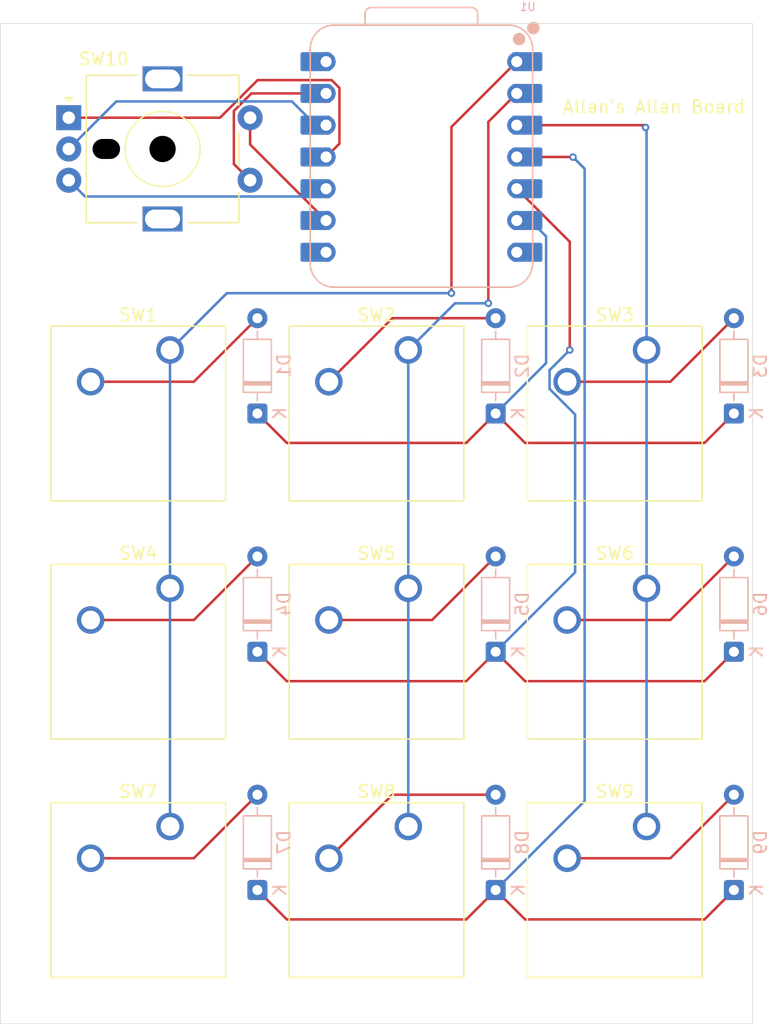
<source format=kicad_pcb>
(kicad_pcb (version 20241229) (generator "pcbnew") (generator_version "9.0")
  (layers (0 "F.Cu" signal) (2 "B.Cu" signal) (13 "F.Paste" user) (15 "B.Paste" user) (5 "F.SilkS" user "F.Silkscreen") (7 "B.SilkS" user "B.Silkscreen") (1 "F.Mask" user) (3 "B.Mask" user) (25 "Edge.Cuts" user))
  (net 0 "")
  (net 1 "Net-(D1-A)")
  (net 2 "Row 0")
  (net 3 "Net-(D2-A)")
  (net 4 "Net-(D3-A)")
  (net 5 "Net-(D4-A)")
  (net 6 "Row 1")
  (net 7 "Net-(D5-A)")
  (net 8 "Net-(D6-A)")
  (net 9 "Net-(D7-A)")
  (net 10 "Row 2")
  (net 11 "Net-(D8-A)")
  (net 12 "Net-(D9-A)")
  (net 13 "Column 0")
  (net 14 "Column 1")
  (net 15 "Column 2")
  (net 16 "GND")
  (net 17 "3.3V")
  (net 18 "Rot B")
  (net 19 "Rot A")
  (net 20 "Rot Switch")
  (net 21 "+5V")
  (footprint "Button_Switch_Keyboard:SW_Cherry_MX_1.00u_PCB" (layer "F.Cu") (at 133.49 101.97)
    (property "Reference" "SW4" (at -2.54 -2.794 0) (layer "F.SilkS"))
    (property "Value" "SW_Push")
    (fp_line (start -9.525 -1.905) (end 4.445 -1.905) (stroke (width 0.12)) (layer "F.SilkS"))
    (fp_line (start -9.525 12.065) (end -9.525 -1.905) (stroke (width 0.12)) (layer "F.SilkS"))
    (fp_line (start 4.445 -1.905) (end 4.445 12.065) (stroke (width 0.12)) (layer "F.SilkS"))
    (fp_line (start 4.445 12.065) (end -9.525 12.065) (stroke (width 0.12)) (layer "F.SilkS"))
    (pad "" np_thru_hole circle (at -7.62 5.08) (size 1.7 1.7) (drill 1.7) (layers "*.Cu" "*.Mask"))
    (pad "" np_thru_hole circle (at -2.54 5.08) (size 4 4) (drill 4) (layers "*.Cu" "*.Mask"))
    (pad "" np_thru_hole circle (at 2.54 5.08) (size 1.7 1.7) (drill 1.7) (layers "*.Cu" "*.Mask"))
    (pad "1" thru_hole circle (at 0 0) (size 2.2 2.2) (drill 1.5) (layers "*.Cu" "*.Mask") (net 13 "Column 0"))
    (pad "2" thru_hole circle (at -6.35 2.54) (size 2.2 2.2) (drill 1.5) (layers "*.Cu" "*.Mask") (net 5 "Net-(D4-A)"))
  )
  (footprint "Button_Switch_Keyboard:SW_Cherry_MX_1.00u_PCB" (layer "F.Cu") (at 152.54 101.97)
    (property "Reference" "SW5" (at -2.54 -2.794 0) (layer "F.SilkS"))
    (property "Value" "SW_Push")
    (fp_line (start -9.525 -1.905) (end 4.445 -1.905) (stroke (width 0.12)) (layer "F.SilkS"))
    (fp_line (start -9.525 12.065) (end -9.525 -1.905) (stroke (width 0.12)) (layer "F.SilkS"))
    (fp_line (start 4.445 -1.905) (end 4.445 12.065) (stroke (width 0.12)) (layer "F.SilkS"))
    (fp_line (start 4.445 12.065) (end -9.525 12.065) (stroke (width 0.12)) (layer "F.SilkS"))
    (pad "" np_thru_hole circle (at -7.62 5.08) (size 1.7 1.7) (drill 1.7) (layers "*.Cu" "*.Mask"))
    (pad "" np_thru_hole circle (at -2.54 5.08) (size 4 4) (drill 4) (layers "*.Cu" "*.Mask"))
    (pad "" np_thru_hole circle (at 2.54 5.08) (size 1.7 1.7) (drill 1.7) (layers "*.Cu" "*.Mask"))
    (pad "1" thru_hole circle (at 0 0) (size 2.2 2.2) (drill 1.5) (layers "*.Cu" "*.Mask") (net 14 "Column 1"))
    (pad "2" thru_hole circle (at -6.35 2.54) (size 2.2 2.2) (drill 1.5) (layers "*.Cu" "*.Mask") (net 7 "Net-(D5-A)"))
  )
  (footprint "Button_Switch_Keyboard:SW_Cherry_MX_1.00u_PCB" (layer "F.Cu") (at 152.54 121.02)
    (property "Reference" "SW8" (at -2.54 -2.794 0) (layer "F.SilkS"))
    (property "Value" "SW_Push")
    (fp_line (start -9.525 -1.905) (end 4.445 -1.905) (stroke (width 0.12)) (layer "F.SilkS"))
    (fp_line (start -9.525 12.065) (end -9.525 -1.905) (stroke (width 0.12)) (layer "F.SilkS"))
    (fp_line (start 4.445 -1.905) (end 4.445 12.065) (stroke (width 0.12)) (layer "F.SilkS"))
    (fp_line (start 4.445 12.065) (end -9.525 12.065) (stroke (width 0.12)) (layer "F.SilkS"))
    (pad "" np_thru_hole circle (at -7.62 5.08) (size 1.7 1.7) (drill 1.7) (layers "*.Cu" "*.Mask"))
    (pad "" np_thru_hole circle (at -2.54 5.08) (size 4 4) (drill 4) (layers "*.Cu" "*.Mask"))
    (pad "" np_thru_hole circle (at 2.54 5.08) (size 1.7 1.7) (drill 1.7) (layers "*.Cu" "*.Mask"))
    (pad "1" thru_hole circle (at 0 0) (size 2.2 2.2) (drill 1.5) (layers "*.Cu" "*.Mask") (net 14 "Column 1"))
    (pad "2" thru_hole circle (at -6.35 2.54) (size 2.2 2.2) (drill 1.5) (layers "*.Cu" "*.Mask") (net 11 "Net-(D8-A)"))
  )
  (footprint "Button_Switch_Keyboard:SW_Cherry_MX_1.00u_PCB" (layer "F.Cu") (at 171.59 82.92)
    (property "Reference" "SW3" (at -2.54 -2.794 0) (layer "F.SilkS"))
    (property "Value" "SW_Push")
    (fp_line (start -9.525 -1.905) (end 4.445 -1.905) (stroke (width 0.12)) (layer "F.SilkS"))
    (fp_line (start -9.525 12.065) (end -9.525 -1.905) (stroke (width 0.12)) (layer "F.SilkS"))
    (fp_line (start 4.445 -1.905) (end 4.445 12.065) (stroke (width 0.12)) (layer "F.SilkS"))
    (fp_line (start 4.445 12.065) (end -9.525 12.065) (stroke (width 0.12)) (layer "F.SilkS"))
    (pad "" np_thru_hole circle (at -7.62 5.08) (size 1.7 1.7) (drill 1.7) (layers "*.Cu" "*.Mask"))
    (pad "" np_thru_hole circle (at -2.54 5.08) (size 4 4) (drill 4) (layers "*.Cu" "*.Mask"))
    (pad "" np_thru_hole circle (at 2.54 5.08) (size 1.7 1.7) (drill 1.7) (layers "*.Cu" "*.Mask"))
    (pad "1" thru_hole circle (at 0 0) (size 2.2 2.2) (drill 1.5) (layers "*.Cu" "*.Mask") (net 15 "Column 2"))
    (pad "2" thru_hole circle (at -6.35 2.54) (size 2.2 2.2) (drill 1.5) (layers "*.Cu" "*.Mask") (net 4 "Net-(D3-A)"))
  )
  (footprint "Button_Switch_Keyboard:SW_Cherry_MX_1.00u_PCB" (layer "F.Cu") (at 152.54 82.92)
    (property "Reference" "SW2" (at -2.54 -2.794 0) (layer "F.SilkS"))
    (property "Value" "SW_Push")
    (fp_line (start -9.525 -1.905) (end 4.445 -1.905) (stroke (width 0.12)) (layer "F.SilkS"))
    (fp_line (start -9.525 12.065) (end -9.525 -1.905) (stroke (width 0.12)) (layer "F.SilkS"))
    (fp_line (start 4.445 -1.905) (end 4.445 12.065) (stroke (width 0.12)) (layer "F.SilkS"))
    (fp_line (start 4.445 12.065) (end -9.525 12.065) (stroke (width 0.12)) (layer "F.SilkS"))
    (pad "" np_thru_hole circle (at -7.62 5.08) (size 1.7 1.7) (drill 1.7) (layers "*.Cu" "*.Mask"))
    (pad "" np_thru_hole circle (at -2.54 5.08) (size 4 4) (drill 4) (layers "*.Cu" "*.Mask"))
    (pad "" np_thru_hole circle (at 2.54 5.08) (size 1.7 1.7) (drill 1.7) (layers "*.Cu" "*.Mask"))
    (pad "1" thru_hole circle (at 0 0) (size 2.2 2.2) (drill 1.5) (layers "*.Cu" "*.Mask") (net 14 "Column 1"))
    (pad "2" thru_hole circle (at -6.35 2.54) (size 2.2 2.2) (drill 1.5) (layers "*.Cu" "*.Mask") (net 3 "Net-(D2-A)"))
  )
  (footprint "Button_Switch_Keyboard:SW_Cherry_MX_1.00u_PCB" (layer "F.Cu") (at 171.59 101.97)
    (property "Reference" "SW6" (at -2.54 -2.794 0) (layer "F.SilkS"))
    (property "Value" "SW_Push")
    (fp_line (start -9.525 -1.905) (end 4.445 -1.905) (stroke (width 0.12)) (layer "F.SilkS"))
    (fp_line (start -9.525 12.065) (end -9.525 -1.905) (stroke (width 0.12)) (layer "F.SilkS"))
    (fp_line (start 4.445 -1.905) (end 4.445 12.065) (stroke (width 0.12)) (layer "F.SilkS"))
    (fp_line (start 4.445 12.065) (end -9.525 12.065) (stroke (width 0.12)) (layer "F.SilkS"))
    (pad "" np_thru_hole circle (at -7.62 5.08) (size 1.7 1.7) (drill 1.7) (layers "*.Cu" "*.Mask"))
    (pad "" np_thru_hole circle (at -2.54 5.08) (size 4 4) (drill 4) (layers "*.Cu" "*.Mask"))
    (pad "" np_thru_hole circle (at 2.54 5.08) (size 1.7 1.7) (drill 1.7) (layers "*.Cu" "*.Mask"))
    (pad "1" thru_hole circle (at 0 0) (size 2.2 2.2) (drill 1.5) (layers "*.Cu" "*.Mask") (net 15 "Column 2"))
    (pad "2" thru_hole circle (at -6.35 2.54) (size 2.2 2.2) (drill 1.5) (layers "*.Cu" "*.Mask") (net 8 "Net-(D6-A)"))
  )
  (footprint "Rotary_Encoder:RotaryEncoder_Alps_EC11E-Switch_Vertical_H20mm_MountingHoles" (layer "F.Cu") (at 125.39375 64.35)
    (property "Reference" "SW10" (at 2.8 -4.7 0) (layer "F.SilkS"))
    (property "Value" "RotaryEncoder_Switch")
    (fp_line (start -0.3 -1.6) (end 0.3 -1.6) (stroke (width 0.12)) (layer "F.SilkS"))
    (fp_line (start 0 -1.3) (end -0.3 -1.6) (stroke (width 0.12)) (layer "F.SilkS"))
    (fp_line (start 0.3 -1.6) (end 0 -1.3) (stroke (width 0.12)) (layer "F.SilkS"))
    (fp_line (start 1.4 -3.4) (end 1.4 8.4) (stroke (width 0.12)) (layer "F.SilkS"))
    (fp_line (start 5.5 -3.4) (end 1.4 -3.4) (stroke (width 0.12)) (layer "F.SilkS"))
    (fp_line (start 5.5 8.4) (end 1.4 8.4) (stroke (width 0.12)) (layer "F.SilkS"))
    (fp_line (start 9.5 -3.4) (end 13.6 -3.4) (stroke (width 0.12)) (layer "F.SilkS"))
    (fp_line (start 13.6 -3.4) (end 13.6 -1) (stroke (width 0.12)) (layer "F.SilkS"))
    (fp_line (start 13.6 1.2) (end 13.6 3.8) (stroke (width 0.12)) (layer "F.SilkS"))
    (fp_line (start 13.6 6) (end 13.6 8.4) (stroke (width 0.12)) (layer "F.SilkS"))
    (fp_line (start 13.6 8.4) (end 9.5 8.4) (stroke (width 0.12)) (layer "F.SilkS"))
    (fp_circle (center 7.5 2.5) (end 10.5 2.5) (stroke (width 0.12)) (fill no) (layer "F.SilkS"))
    (pad "" np_thru_hole oval (at 3 2.5) (size 2.2 1.6) (drill oval 2.2 1.6) (layers "*.Mask"))
    (pad "" np_thru_hole circle (at 7.5 2.5) (size 2.1 2.1) (drill 2.1) (layers "*.Mask"))
    (pad "A" thru_hole rect (at 0 0) (size 2 2) (drill 1) (layers "*.Cu" "*.Mask") (net 19 "Rot A"))
    (pad "B" thru_hole circle (at 0 5) (size 2 2) (drill 1) (layers "*.Cu" "*.Mask") (net 18 "Rot B"))
    (pad "C" thru_hole circle (at 0 2.5) (size 2 2) (drill 1) (layers "*.Cu" "*.Mask") (net 17 "3.3V"))
    (pad "MP" thru_hole rect (at 7.5 -3.1) (size 3.2 2) (drill oval 2.8 1.5) (layers "*.Cu" "*.Mask"))
    (pad "MP" thru_hole rect (at 7.5 8.1) (size 3.2 2) (drill oval 2.8 1.5) (layers "*.Cu" "*.Mask"))
    (pad "S1" thru_hole circle (at 14.5 5) (size 2 2) (drill 1) (layers "*.Cu" "*.Mask") (net 16 "GND"))
    (pad "S2" thru_hole circle (at 14.5 0) (size 2 2) (drill 1) (layers "*.Cu" "*.Mask") (net 20 "Rot Switch"))
  )
  (footprint "Button_Switch_Keyboard:SW_Cherry_MX_1.00u_PCB" (layer "F.Cu") (at 133.49 121.02)
    (property "Reference" "SW7" (at -2.54 -2.794 0) (layer "F.SilkS"))
    (property "Value" "SW_Push")
    (fp_line (start -9.525 -1.905) (end 4.445 -1.905) (stroke (width 0.12)) (layer "F.SilkS"))
    (fp_line (start -9.525 12.065) (end -9.525 -1.905) (stroke (width 0.12)) (layer "F.SilkS"))
    (fp_line (start 4.445 -1.905) (end 4.445 12.065) (stroke (width 0.12)) (layer "F.SilkS"))
    (fp_line (start 4.445 12.065) (end -9.525 12.065) (stroke (width 0.12)) (layer "F.SilkS"))
    (pad "" np_thru_hole circle (at -7.62 5.08) (size 1.7 1.7) (drill 1.7) (layers "*.Cu" "*.Mask"))
    (pad "" np_thru_hole circle (at -2.54 5.08) (size 4 4) (drill 4) (layers "*.Cu" "*.Mask"))
    (pad "" np_thru_hole circle (at 2.54 5.08) (size 1.7 1.7) (drill 1.7) (layers "*.Cu" "*.Mask"))
    (pad "1" thru_hole circle (at 0 0) (size 2.2 2.2) (drill 1.5) (layers "*.Cu" "*.Mask") (net 13 "Column 0"))
    (pad "2" thru_hole circle (at -6.35 2.54) (size 2.2 2.2) (drill 1.5) (layers "*.Cu" "*.Mask") (net 9 "Net-(D7-A)"))
  )
  (footprint "Button_Switch_Keyboard:SW_Cherry_MX_1.00u_PCB" (layer "F.Cu") (at 133.49 82.92)
    (property "Reference" "SW1" (at -2.54 -2.794 0) (layer "F.SilkS"))
    (property "Value" "SW_Push")
    (fp_line (start -9.525 -1.905) (end 4.445 -1.905) (stroke (width 0.12)) (layer "F.SilkS"))
    (fp_line (start -9.525 12.065) (end -9.525 -1.905) (stroke (width 0.12)) (layer "F.SilkS"))
    (fp_line (start 4.445 -1.905) (end 4.445 12.065) (stroke (width 0.12)) (layer "F.SilkS"))
    (fp_line (start 4.445 12.065) (end -9.525 12.065) (stroke (width 0.12)) (layer "F.SilkS"))
    (pad "" np_thru_hole circle (at -7.62 5.08) (size 1.7 1.7) (drill 1.7) (layers "*.Cu" "*.Mask"))
    (pad "" np_thru_hole circle (at -2.54 5.08) (size 4 4) (drill 4) (layers "*.Cu" "*.Mask"))
    (pad "" np_thru_hole circle (at 2.54 5.08) (size 1.7 1.7) (drill 1.7) (layers "*.Cu" "*.Mask"))
    (pad "1" thru_hole circle (at 0 0) (size 2.2 2.2) (drill 1.5) (layers "*.Cu" "*.Mask") (net 13 "Column 0"))
    (pad "2" thru_hole circle (at -6.35 2.54) (size 2.2 2.2) (drill 1.5) (layers "*.Cu" "*.Mask") (net 1 "Net-(D1-A)"))
  )
  (footprint "Button_Switch_Keyboard:SW_Cherry_MX_1.00u_PCB" (layer "F.Cu") (at 171.59 121.02)
    (property "Reference" "SW9" (at -2.54 -2.794 0) (layer "F.SilkS"))
    (property "Value" "SW_Push")
    (fp_line (start -9.525 -1.905) (end 4.445 -1.905) (stroke (width 0.12)) (layer "F.SilkS"))
    (fp_line (start -9.525 12.065) (end -9.525 -1.905) (stroke (width 0.12)) (layer "F.SilkS"))
    (fp_line (start 4.445 -1.905) (end 4.445 12.065) (stroke (width 0.12)) (layer "F.SilkS"))
    (fp_line (start 4.445 12.065) (end -9.525 12.065) (stroke (width 0.12)) (layer "F.SilkS"))
    (pad "" np_thru_hole circle (at -7.62 5.08) (size 1.7 1.7) (drill 1.7) (layers "*.Cu" "*.Mask"))
    (pad "" np_thru_hole circle (at -2.54 5.08) (size 4 4) (drill 4) (layers "*.Cu" "*.Mask"))
    (pad "" np_thru_hole circle (at 2.54 5.08) (size 1.7 1.7) (drill 1.7) (layers "*.Cu" "*.Mask"))
    (pad "1" thru_hole circle (at 0 0) (size 2.2 2.2) (drill 1.5) (layers "*.Cu" "*.Mask") (net 15 "Column 2"))
    (pad "2" thru_hole circle (at -6.35 2.54) (size 2.2 2.2) (drill 1.5) (layers "*.Cu" "*.Mask") (net 12 "Net-(D9-A)"))
  )
  (footprint "Diode_THT:D_DO-35_SOD27_P7.62mm_Horizontal" (layer "B.Cu") (at 140.475 126.1 90)
    (property "Reference" "D7" (at 3.81 2.12 270) (layer "B.SilkS") (effects (justify mirror)))
    (property "Value" "1N4148WT")
    (fp_line (start 6.58 0) (end 5.93 0) (stroke (width 0.12)) (layer "B.SilkS"))
    (fp_line (start 1.04 0) (end 1.69 0) (stroke (width 0.12)) (layer "B.SilkS"))
    (fp_line (start 2.53 1.12) (end 2.53 -1.12) (stroke (width 0.12)) (layer "B.SilkS"))
    (fp_line (start 2.41 1.12) (end 2.41 -1.12) (stroke (width 0.12)) (layer "B.SilkS"))
    (fp_line (start 2.29 1.12) (end 2.29 -1.12) (stroke (width 0.12)) (layer "B.SilkS"))
    (fp_rect (start 1.69 1.12) (end 5.93 -1.12) (stroke (width 0.12)) (fill no) (layer "B.SilkS"))
    (fp_text user "K" (at 0 1.8 270) (layer "B.SilkS") (effects (justify mirror)))
    (pad "1" thru_hole roundrect (at 0 0 90) (size 1.6 1.6) (drill 0.8) (layers "*.Cu" "*.Mask") (roundrect_rratio 0.15625) (net 10 "Row 2"))
    (pad "2" thru_hole circle (at 7.62 0 90) (size 1.6 1.6) (drill 0.8) (layers "*.Cu" "*.Mask") (net 9 "Net-(D7-A)"))
  )
  (footprint "Diode_THT:D_DO-35_SOD27_P7.62mm_Horizontal" (layer "B.Cu") (at 178.575 88 90)
    (property "Reference" "D3" (at 3.81 2.12 270) (layer "B.SilkS") (effects (justify mirror)))
    (property "Value" "1N4148WT")
    (fp_line (start 6.58 0) (end 5.93 0) (stroke (width 0.12)) (layer "B.SilkS"))
    (fp_line (start 1.04 0) (end 1.69 0) (stroke (width 0.12)) (layer "B.SilkS"))
    (fp_line (start 2.53 1.12) (end 2.53 -1.12) (stroke (width 0.12)) (layer "B.SilkS"))
    (fp_line (start 2.41 1.12) (end 2.41 -1.12) (stroke (width 0.12)) (layer "B.SilkS"))
    (fp_line (start 2.29 1.12) (end 2.29 -1.12) (stroke (width 0.12)) (layer "B.SilkS"))
    (fp_rect (start 1.69 1.12) (end 5.93 -1.12) (stroke (width 0.12)) (fill no) (layer "B.SilkS"))
    (fp_text user "K" (at 0 1.8 270) (layer "B.SilkS") (effects (justify mirror)))
    (pad "1" thru_hole roundrect (at 0 0 90) (size 1.6 1.6) (drill 0.8) (layers "*.Cu" "*.Mask") (roundrect_rratio 0.15625) (net 2 "Row 0"))
    (pad "2" thru_hole circle (at 7.62 0 90) (size 1.6 1.6) (drill 0.8) (layers "*.Cu" "*.Mask") (net 4 "Net-(D3-A)"))
  )
  (footprint "Diode_THT:D_DO-35_SOD27_P7.62mm_Horizontal" (layer "B.Cu") (at 140.475 107.05 90)
    (property "Reference" "D4" (at 3.81 2.12 270) (layer "B.SilkS") (effects (justify mirror)))
    (property "Value" "1N4148WT")
    (fp_line (start 6.58 0) (end 5.93 0) (stroke (width 0.12)) (layer "B.SilkS"))
    (fp_line (start 1.04 0) (end 1.69 0) (stroke (width 0.12)) (layer "B.SilkS"))
    (fp_line (start 2.53 1.12) (end 2.53 -1.12) (stroke (width 0.12)) (layer "B.SilkS"))
    (fp_line (start 2.41 1.12) (end 2.41 -1.12) (stroke (width 0.12)) (layer "B.SilkS"))
    (fp_line (start 2.29 1.12) (end 2.29 -1.12) (stroke (width 0.12)) (layer "B.SilkS"))
    (fp_rect (start 1.69 1.12) (end 5.93 -1.12) (stroke (width 0.12)) (fill no) (layer "B.SilkS"))
    (fp_text user "K" (at 0 1.8 270) (layer "B.SilkS") (effects (justify mirror)))
    (pad "1" thru_hole roundrect (at 0 0 90) (size 1.6 1.6) (drill 0.8) (layers "*.Cu" "*.Mask") (roundrect_rratio 0.15625) (net 6 "Row 1"))
    (pad "2" thru_hole circle (at 7.62 0 90) (size 1.6 1.6) (drill 0.8) (layers "*.Cu" "*.Mask") (net 5 "Net-(D4-A)"))
  )
  (footprint "Diode_THT:D_DO-35_SOD27_P7.62mm_Horizontal" (layer "B.Cu") (at 159.525 107.05 90)
    (property "Reference" "D5" (at 3.81 2.12 270) (layer "B.SilkS") (effects (justify mirror)))
    (property "Value" "1N4148WT")
    (fp_line (start 6.58 0) (end 5.93 0) (stroke (width 0.12)) (layer "B.SilkS"))
    (fp_line (start 1.04 0) (end 1.69 0) (stroke (width 0.12)) (layer "B.SilkS"))
    (fp_line (start 2.53 1.12) (end 2.53 -1.12) (stroke (width 0.12)) (layer "B.SilkS"))
    (fp_line (start 2.41 1.12) (end 2.41 -1.12) (stroke (width 0.12)) (layer "B.SilkS"))
    (fp_line (start 2.29 1.12) (end 2.29 -1.12) (stroke (width 0.12)) (layer "B.SilkS"))
    (fp_rect (start 1.69 1.12) (end 5.93 -1.12) (stroke (width 0.12)) (fill no) (layer "B.SilkS"))
    (fp_text user "K" (at 0 1.8 270) (layer "B.SilkS") (effects (justify mirror)))
    (pad "1" thru_hole roundrect (at 0 0 90) (size 1.6 1.6) (drill 0.8) (layers "*.Cu" "*.Mask") (roundrect_rratio 0.15625) (net 6 "Row 1"))
    (pad "2" thru_hole circle (at 7.62 0 90) (size 1.6 1.6) (drill 0.8) (layers "*.Cu" "*.Mask") (net 7 "Net-(D5-A)"))
  )
  (footprint "Diode_THT:D_DO-35_SOD27_P7.62mm_Horizontal" (layer "B.Cu") (at 178.575 126.1 90)
    (property "Reference" "D9" (at 3.81 2.12 270) (layer "B.SilkS") (effects (justify mirror)))
    (property "Value" "1N4148WT")
    (fp_line (start 6.58 0) (end 5.93 0) (stroke (width 0.12)) (layer "B.SilkS"))
    (fp_line (start 1.04 0) (end 1.69 0) (stroke (width 0.12)) (layer "B.SilkS"))
    (fp_line (start 2.53 1.12) (end 2.53 -1.12) (stroke (width 0.12)) (layer "B.SilkS"))
    (fp_line (start 2.41 1.12) (end 2.41 -1.12) (stroke (width 0.12)) (layer "B.SilkS"))
    (fp_line (start 2.29 1.12) (end 2.29 -1.12) (stroke (width 0.12)) (layer "B.SilkS"))
    (fp_rect (start 1.69 1.12) (end 5.93 -1.12) (stroke (width 0.12)) (fill no) (layer "B.SilkS"))
    (fp_text user "K" (at 0 1.8 270) (layer "B.SilkS") (effects (justify mirror)))
    (pad "1" thru_hole roundrect (at 0 0 90) (size 1.6 1.6) (drill 0.8) (layers "*.Cu" "*.Mask") (roundrect_rratio 0.15625) (net 10 "Row 2"))
    (pad "2" thru_hole circle (at 7.62 0 90) (size 1.6 1.6) (drill 0.8) (layers "*.Cu" "*.Mask") (net 12 "Net-(D9-A)"))
  )
  (footprint "Diode_THT:D_DO-35_SOD27_P7.62mm_Horizontal" (layer "B.Cu") (at 159.525 126.1 90)
    (property "Reference" "D8" (at 3.81 2.12 270) (layer "B.SilkS") (effects (justify mirror)))
    (property "Value" "1N4148WT")
    (fp_line (start 6.58 0) (end 5.93 0) (stroke (width 0.12)) (layer "B.SilkS"))
    (fp_line (start 1.04 0) (end 1.69 0) (stroke (width 0.12)) (layer "B.SilkS"))
    (fp_line (start 2.53 1.12) (end 2.53 -1.12) (stroke (width 0.12)) (layer "B.SilkS"))
    (fp_line (start 2.41 1.12) (end 2.41 -1.12) (stroke (width 0.12)) (layer "B.SilkS"))
    (fp_line (start 2.29 1.12) (end 2.29 -1.12) (stroke (width 0.12)) (layer "B.SilkS"))
    (fp_rect (start 1.69 1.12) (end 5.93 -1.12) (stroke (width 0.12)) (fill no) (layer "B.SilkS"))
    (fp_text user "K" (at 0 1.8 270) (layer "B.SilkS") (effects (justify mirror)))
    (pad "1" thru_hole roundrect (at 0 0 90) (size 1.6 1.6) (drill 0.8) (layers "*.Cu" "*.Mask") (roundrect_rratio 0.15625) (net 10 "Row 2"))
    (pad "2" thru_hole circle (at 7.62 0 90) (size 1.6 1.6) (drill 0.8) (layers "*.Cu" "*.Mask") (net 11 "Net-(D8-A)"))
  )
  (footprint "Diode_THT:D_DO-35_SOD27_P7.62mm_Horizontal" (layer "B.Cu") (at 140.475 88 90)
    (property "Reference" "D1" (at 3.81 2.12 270) (layer "B.SilkS") (effects (justify mirror)))
    (property "Value" "1N4148WT")
    (fp_line (start 6.58 0) (end 5.93 0) (stroke (width 0.12)) (layer "B.SilkS"))
    (fp_line (start 1.04 0) (end 1.69 0) (stroke (width 0.12)) (layer "B.SilkS"))
    (fp_line (start 2.53 1.12) (end 2.53 -1.12) (stroke (width 0.12)) (layer "B.SilkS"))
    (fp_line (start 2.41 1.12) (end 2.41 -1.12) (stroke (width 0.12)) (layer "B.SilkS"))
    (fp_line (start 2.29 1.12) (end 2.29 -1.12) (stroke (width 0.12)) (layer "B.SilkS"))
    (fp_rect (start 1.69 1.12) (end 5.93 -1.12) (stroke (width 0.12)) (fill no) (layer "B.SilkS"))
    (fp_text user "K" (at 0 1.8 270) (layer "B.SilkS") (effects (justify mirror)))
    (pad "1" thru_hole roundrect (at 0 0 90) (size 1.6 1.6) (drill 0.8) (layers "*.Cu" "*.Mask") (roundrect_rratio 0.15625) (net 2 "Row 0"))
    (pad "2" thru_hole circle (at 7.62 0 90) (size 1.6 1.6) (drill 0.8) (layers "*.Cu" "*.Mask") (net 1 "Net-(D1-A)"))
  )
  (footprint "OPL:XIAO-RP2040-DIP" (layer "B.Cu") (at 153.59 67.4885 180)
    (property "Reference" "U1" (at -8.5 12 0) (layer "B.SilkS") (effects (font (size 0.635 0.635) (thickness 0.1016)) (justify mirror)))
    (property "Value" "XIAO-RP2040-DIP")
    (fp_line (start 8.89 -8.509) (end 8.89 8.636) (stroke (width 0.127)) (layer "B.SilkS"))
    (fp_line (start 6.985 10.541) (end -6.985 10.541) (stroke (width 0.1)) (layer "B.SilkS"))
    (fp_line (start 6.985 10.541) (end -6.985 10.541) (stroke (width 0.127)) (layer "B.SilkS"))
    (fp_line (start 4.504 11.451) (end 4.504 10.541) (stroke (width 0.127)) (layer "B.SilkS"))
    (fp_line (start -3.991272 11.951) (end 4.004 11.951) (stroke (width 0.127)) (layer "B.SilkS"))
    (fp_line (start -4.495 10.541) (end -4.491272 11.451272) (stroke (width 0.127)) (layer "B.SilkS"))
    (fp_line (start -6.985 -10.414) (end 6.985 -10.414) (stroke (width 0.127)) (layer "B.SilkS"))
    (fp_line (start -8.89 -8.509) (end -8.89 8.636) (stroke (width 0.127)) (layer "B.SilkS"))
    (fp_arc (start 8.89 8.636) (mid 8.332038 9.983038) (end 6.985 10.541) (stroke (width 0.127)) (layer "B.SilkS"))
    (fp_arc (start 6.985 -10.414) (mid 8.332038 -9.856038) (end 8.89 -8.509) (stroke (width 0.127)) (layer "B.SilkS"))
    (fp_arc (start 4.504 11.451) (mid 4.357553 11.804553) (end 4.004 11.951) (stroke (width 0.127)) (layer "B.SilkS"))
    (fp_arc (start -3.991272 11.951) (mid -4.344724 11.804644) (end -4.491272 11.451272) (stroke (width 0.127)) (layer "B.SilkS"))
    (fp_arc (start -6.985 10.541) (mid -8.332038 9.983038) (end -8.89 8.636) (stroke (width 0.127)) (layer "B.SilkS"))
    (fp_arc (start -8.89 -8.509) (mid -8.332038 -9.856038) (end -6.985 -10.414) (stroke (width 0.127)) (layer "B.SilkS"))
    (fp_circle (center -7.807 9.42) (end -7.807 9.674) (stroke (width 0.5)) (fill yes) (layer "B.SilkS"))
    (fp_circle (center -8.95 10.3) (end -8.95 10.554) (stroke (width 0.5)) (fill yes) (layer "B.SilkS"))
    (pad "1" smd roundrect (at -8.455 7.62) (size 2.432 1.524) (layers "B.Cu" "B.Mask") (roundrect_rratio 0.1) (net 13 "Column 0"))
    (pad "1" thru_hole circle (at -7.62 7.62) (size 1.524 1.524) (drill 0.889) (layers "*.Cu" "*.Mask") (net 13 "Column 0"))
    (pad "2" smd roundrect (at -8.455 5.08) (size 2.432 1.524) (layers "B.Cu" "B.Mask") (roundrect_rratio 0.1) (net 14 "Column 1"))
    (pad "2" thru_hole circle (at -7.62 5.08) (size 1.524 1.524) (drill 0.889) (layers "*.Cu" "*.Mask") (net 14 "Column 1"))
    (pad "3" smd roundrect (at -8.455 2.54) (size 2.432 1.524) (layers "B.Cu" "B.Mask") (roundrect_rratio 0.1) (net 15 "Column 2"))
    (pad "3" thru_hole circle (at -7.62 2.54) (size 1.524 1.524) (drill 0.889) (layers "*.Cu" "*.Mask") (net 15 "Column 2"))
    (pad "4" smd roundrect (at -8.455 0) (size 2.432 1.524) (layers "B.Cu" "B.Mask") (roundrect_rratio 0.1) (net 10 "Row 2"))
    (pad "4" thru_hole circle (at -7.62 0) (size 1.524 1.524) (drill 0.889) (layers "*.Cu" "*.Mask") (net 10 "Row 2"))
    (pad "5" smd roundrect (at -8.455 -2.54) (size 2.432 1.524) (layers "B.Cu" "B.Mask") (roundrect_rratio 0.1) (net 6 "Row 1"))
    (pad "5" thru_hole circle (at -7.62 -2.54) (size 1.524 1.524) (drill 0.889) (layers "*.Cu" "*.Mask") (net 6 "Row 1"))
    (pad "6" smd roundrect (at -8.455 -5.08) (size 2.432 1.524) (layers "B.Cu" "B.Mask") (roundrect_rratio 0.1) (net 2 "Row 0"))
    (pad "6" thru_hole circle (at -7.62 -5.08) (size 1.524 1.524) (drill 0.889) (layers "*.Cu" "*.Mask") (net 2 "Row 0"))
    (pad "7" smd roundrect (at -8.455 -7.62) (size 2.432 1.524) (layers "B.Cu" "B.Mask") (roundrect_rratio 0.1))
    (pad "7" thru_hole circle (at -7.62 -7.62) (size 1.524 1.524) (drill 0.889) (layers "*.Cu" "*.Mask"))
    (pad "8" thru_hole circle (at 7.62 -7.62 180) (size 1.524 1.524) (drill 0.889) (layers "*.Cu" "*.Mask"))
    (pad "8" smd roundrect (at 8.455 -7.62 180) (size 2.432 1.524) (layers "B.Cu" "B.Mask") (roundrect_rratio 0.1))
    (pad "9" thru_hole circle (at 7.62 -5.08 180) (size 1.524 1.524) (drill 0.889) (layers "*.Cu" "*.Mask") (net 20 "Rot Switch"))
    (pad "9" smd roundrect (at 8.455 -5.08 180) (size 2.432 1.524) (layers "B.Cu" "B.Mask") (roundrect_rratio 0.1) (net 20 "Rot Switch"))
    (pad "10" thru_hole circle (at 7.62 -2.54 180) (size 1.524 1.524) (drill 0.889) (layers "*.Cu" "*.Mask") (net 18 "Rot B"))
    (pad "10" smd roundrect (at 8.455 -2.54 180) (size 2.432 1.524) (layers "B.Cu" "B.Mask") (roundrect_rratio 0.1) (net 18 "Rot B"))
    (pad "11" thru_hole circle (at 7.62 0 180) (size 1.524 1.524) (drill 0.889) (layers "*.Cu" "*.Mask") (net 19 "Rot A"))
    (pad "11" smd roundrect (at 8.455 0 180) (size 2.432 1.524) (layers "B.Cu" "B.Mask") (roundrect_rratio 0.1) (net 19 "Rot A"))
    (pad "12" thru_hole circle (at 7.62 2.54 180) (size 1.524 1.524) (drill 0.889) (layers "*.Cu" "*.Mask") (net 17 "3.3V"))
    (pad "12" smd roundrect (at 8.455 2.54 180) (size 2.432 1.524) (layers "B.Cu" "B.Mask") (roundrect_rratio 0.1) (net 17 "3.3V"))
    (pad "13" thru_hole circle (at 7.62 5.08 180) (size 1.524 1.524) (drill 0.889) (layers "*.Cu" "*.Mask") (net 16 "GND"))
    (pad "13" smd roundrect (at 8.455 5.08 180) (size 2.432 1.524) (layers "B.Cu" "B.Mask") (roundrect_rratio 0.1) (net 16 "GND"))
    (pad "14" thru_hole circle (at 7.62 7.62 180) (size 1.524 1.524) (drill 0.889) (layers "*.Cu" "*.Mask") (net 21 "+5V"))
    (pad "14" smd roundrect (at 8.455 7.62 180) (size 2.432 1.524) (layers "B.Cu" "B.Mask") (roundrect_rratio 0.1) (net 21 "+5V"))
  )
  (footprint "Diode_THT:D_DO-35_SOD27_P7.62mm_Horizontal" (layer "B.Cu") (at 159.525 88 90)
    (property "Reference" "D2" (at 3.81 2.12 270) (layer "B.SilkS") (effects (justify mirror)))
    (property "Value" "1N4148WT")
    (fp_line (start 6.58 0) (end 5.93 0) (stroke (width 0.12)) (layer "B.SilkS"))
    (fp_line (start 1.04 0) (end 1.69 0) (stroke (width 0.12)) (layer "B.SilkS"))
    (fp_line (start 2.53 1.12) (end 2.53 -1.12) (stroke (width 0.12)) (layer "B.SilkS"))
    (fp_line (start 2.41 1.12) (end 2.41 -1.12) (stroke (width 0.12)) (layer "B.SilkS"))
    (fp_line (start 2.29 1.12) (end 2.29 -1.12) (stroke (width 0.12)) (layer "B.SilkS"))
    (fp_rect (start 1.69 1.12) (end 5.93 -1.12) (stroke (width 0.12)) (fill no) (layer "B.SilkS"))
    (fp_text user "K" (at 0 1.8 270) (layer "B.SilkS") (effects (justify mirror)))
    (pad "1" thru_hole roundrect (at 0 0 90) (size 1.6 1.6) (drill 0.8) (layers "*.Cu" "*.Mask") (roundrect_rratio 0.15625) (net 2 "Row 0"))
    (pad "2" thru_hole circle (at 7.62 0 90) (size 1.6 1.6) (drill 0.8) (layers "*.Cu" "*.Mask") (net 3 "Net-(D2-A)"))
  )
  (footprint "Diode_THT:D_DO-35_SOD27_P7.62mm_Horizontal" (layer "B.Cu") (at 178.575 107.05 90)
    (property "Reference" "D6" (at 3.81 2.12 270) (layer "B.SilkS") (effects (justify mirror)))
    (property "Value" "1N4148WT")
    (fp_line (start 6.58 0) (end 5.93 0) (stroke (width 0.12)) (layer "B.SilkS"))
    (fp_line (start 1.04 0) (end 1.69 0) (stroke (width 0.12)) (layer "B.SilkS"))
    (fp_line (start 2.53 1.12) (end 2.53 -1.12) (stroke (width 0.12)) (layer "B.SilkS"))
    (fp_line (start 2.41 1.12) (end 2.41 -1.12) (stroke (width 0.12)) (layer "B.SilkS"))
    (fp_line (start 2.29 1.12) (end 2.29 -1.12) (stroke (width 0.12)) (layer "B.SilkS"))
    (fp_rect (start 1.69 1.12) (end 5.93 -1.12) (stroke (width 0.12)) (fill no) (layer "B.SilkS"))
    (fp_text user "K" (at 0 1.8 270) (layer "B.SilkS") (effects (justify mirror)))
    (pad "1" thru_hole roundrect (at 0 0 90) (size 1.6 1.6) (drill 0.8) (layers "*.Cu" "*.Mask") (roundrect_rratio 0.15625) (net 6 "Row 1"))
    (pad "2" thru_hole circle (at 7.62 0 90) (size 1.6 1.6) (drill 0.8) (layers "*.Cu" "*.Mask") (net 8 "Net-(D6-A)"))
  )
  (gr_rect (start 119.92 56.81) (end 180.06 136.79) (stroke (width 0.05)) (fill no) (layer "Edge.Cuts"))
  (gr_text "Allan's Allan Board" (at 164.81 64.07 0) (layer "F.SilkS") (effects (font (size 1 1)) (justify left bottom)))
  (segment (start 135.395 85.46) (end 140.475 80.38) (width 0.2) (layer "F.Cu") (net 1))
  (segment (start 127.14 85.46) (end 135.395 85.46) (width 0.2) (layer "F.Cu") (net 1))
  (segment (start 140.475 88) (end 142.826 90.351) (width 0.2) (layer "F.Cu") (net 2))
  (segment (start 161.876 90.351) (end 176.224 90.351) (width 0.2) (layer "F.Cu") (net 2))
  (segment (start 159.525 88) (end 161.876 90.351) (width 0.2) (layer "F.Cu") (net 2))
  (segment (start 176.224 90.351) (end 178.575 88) (width 0.2) (layer "F.Cu") (net 2))
  (segment (start 142.826 90.351) (end 157.174 90.351) (width 0.2) (layer "F.Cu") (net 2))
  (segment (start 157.174 90.351) (end 159.525 88) (width 0.2) (layer "F.Cu") (net 2))
  (segment (start 163.562 83.963) (end 163.562 73.84287) (width 0.2) (layer "B.Cu") (net 2))
  (segment (start 163.562 73.84287) (end 162.28763 72.5685) (width 0.2) (layer "B.Cu") (net 2))
  (segment (start 159.525 88) (end 163.562 83.963) (width 0.2) (layer "B.Cu") (net 2))
  (segment (start 162.28763 72.5685) (end 161.21 72.5685) (width 0.2) (layer "B.Cu") (net 2))
  (segment (start 146.19 85.46) (end 151.27 80.38) (width 0.2) (layer "F.Cu") (net 3))
  (segment (start 151.27 80.38) (end 159.525 80.38) (width 0.2) (layer "F.Cu") (net 3))
  (segment (start 173.495 85.46) (end 178.575 80.38) (width 0.2) (layer "F.Cu") (net 4))
  (segment (start 165.24 85.46) (end 173.495 85.46) (width 0.2) (layer "F.Cu") (net 4))
  (segment (start 135.395 104.51) (end 140.475 99.43) (width 0.2) (layer "F.Cu") (net 5))
  (segment (start 127.14 104.51) (end 135.395 104.51) (width 0.2) (layer "F.Cu") (net 5))
  (segment (start 165.45 82.92) (end 165.45 74.2685) (width 0.2) (layer "F.Cu") (net 6))
  (segment (start 178.575 107.05) (end 178.33 107.05) (width 0.2) (layer "F.Cu") (net 6))
  (segment (start 140.475 107.05) (end 142.826 109.401) (width 0.2) (layer "F.Cu") (net 6))
  (segment (start 142.826 109.401) (end 157.174 109.401) (width 0.2) (layer "F.Cu") (net 6))
  (segment (start 157.174 109.401) (end 159.525 107.05) (width 0.2) (layer "F.Cu") (net 6))
  (segment (start 161.876 109.401) (end 176.224 109.401) (width 0.2) (layer "F.Cu") (net 6))
  (segment (start 165.45 74.2685) (end 161.21 70.0285) (width 0.2) (layer "F.Cu") (net 6))
  (segment (start 159.525 107.05) (end 161.876 109.401) (width 0.2) (layer "F.Cu") (net 6))
  (segment (start 176.224 109.401) (end 178.575 107.05) (width 0.2) (layer "F.Cu") (net 6))
  (via (at 165.45 82.92) (size 0.6) (drill 0.3) (layers "F.Cu" "B.Cu") (net 6))
  (segment (start 165.88 100.695) (end 165.88 88.081314) (width 0.2) (layer "B.Cu") (net 6))
  (segment (start 163.839 86.040314) (end 163.839 84.531) (width 0.2) (layer "B.Cu") (net 6))
  (segment (start 160.88387 70.04) (end 161.9615 70.04) (width 0.2) (layer "B.Cu") (net 6))
  (segment (start 165.88 88.081314) (end 163.839 86.040314) (width 0.2) (layer "B.Cu") (net 6))
  (segment (start 163.839 84.531) (end 165.45 82.92) (width 0.2) (layer "B.Cu") (net 6))
  (segment (start 159.525 107.05) (end 165.88 100.695) (width 0.2) (layer "B.Cu") (net 6))
  (segment (start 154.445 104.51) (end 159.525 99.43) (width 0.2) (layer "F.Cu") (net 7))
  (segment (start 146.19 104.51) (end 154.445 104.51) (width 0.2) (layer "F.Cu") (net 7))
  (segment (start 165.24 104.51) (end 173.495 104.51) (width 0.2) (layer "F.Cu") (net 8))
  (segment (start 173.495 104.51) (end 178.575 99.43) (width 0.2) (layer "F.Cu") (net 8))
  (segment (start 135.395 123.56) (end 140.475 118.48) (width 0.2) (layer "F.Cu") (net 9))
  (segment (start 127.14 123.56) (end 135.395 123.56) (width 0.2) (layer "F.Cu") (net 9))
  (segment (start 157.174 128.451) (end 159.525 126.1) (width 0.2) (layer "F.Cu") (net 10))
  (segment (start 176.224 128.451) (end 178.575 126.1) (width 0.2) (layer "F.Cu") (net 10))
  (segment (start 165.6985 67.4885) (end 161.21 67.4885) (width 0.2) (layer "F.Cu") (net 10))
  (segment (start 178.575 126.1) (end 177.86 126.1) (width 0.2) (layer "F.Cu") (net 10))
  (segment (start 161.876 128.451) (end 176.224 128.451) (width 0.2) (layer "F.Cu") (net 10))
  (segment (start 165.71 67.5) (end 165.6985 67.4885) (width 0.2) (layer "F.Cu") (net 10))
  (segment (start 140.475 126.1) (end 142.826 128.451) (width 0.2) (layer "F.Cu") (net 10))
  (segment (start 142.826 128.451) (end 157.174 128.451) (width 0.2) (layer "F.Cu") (net 10))
  (segment (start 159.525 126.1) (end 161.876 128.451) (width 0.2) (layer "F.Cu") (net 10))
  (via (at 165.71 67.5) (size 0.6) (drill 0.3) (layers "F.Cu" "B.Cu") (net 10))
  (segment (start 159.525 126.1) (end 166.641 118.984) (width 0.2) (layer "B.Cu") (net 10))
  (segment (start 166.641 118.984) (end 166.641 68.431) (width 0.2) (layer "B.Cu") (net 10))
  (segment (start 166.641 68.431) (end 165.71 67.5) (width 0.2) (layer "B.Cu") (net 10))
  (segment (start 159.525 118.48) (end 151.27 118.48) (width 0.2) (layer "F.Cu") (net 11))
  (segment (start 151.27 118.48) (end 146.19 123.56) (width 0.2) (layer "F.Cu") (net 11))
  (segment (start 173.495 123.56) (end 178.575 118.48) (width 0.2) (layer "F.Cu") (net 12))
  (segment (start 165.24 123.56) (end 173.495 123.56) (width 0.2) (layer "F.Cu") (net 12))
  (segment (start 155.99 65.0885) (end 161.21 59.8685) (width 0.2) (layer "F.Cu") (net 13))
  (segment (start 155.99 78.38) (end 155.99 65.0885) (width 0.2) (layer "F.Cu") (net 13))
  (via (at 155.99 78.38) (size 0.6) (drill 0.3) (layers "F.Cu" "B.Cu") (net 13))
  (segment (start 138.03 78.38) (end 155.99 78.38) (width 0.2) (layer "B.Cu") (net 13))
  (segment (start 133.49 82.92) (end 138.03 78.38) (width 0.2) (layer "B.Cu") (net 13))
  (segment (start 133.49 82.92) (end 133.49 121.02) (width 0.2) (layer "B.Cu") (net 13))
  (segment (start 158.94 64.6785) (end 161.21 62.4085) (width 0.2) (layer "F.Cu") (net 14))
  (segment (start 158.94 79.19) (end 158.94 64.6785) (width 0.2) (layer "F.Cu") (net 14))
  (via (at 158.94 79.19) (size 0.6) (drill 0.3) (layers "F.Cu" "B.Cu") (net 14))
  (segment (start 156.27 79.19) (end 158.94 79.19) (width 0.2) (layer "B.Cu") (net 14))
  (segment (start 152.54 82.92) (end 156.27 79.19) (width 0.2) (layer "B.Cu") (net 14))
  (segment (start 152.54 82.92) (end 152.54 121.02) (width 0.2) (layer "B.Cu") (net 14))
  (segment (start 171.51 65.13) (end 171.3285 64.9485) (width 0.2) (layer "F.Cu") (net 15))
  (segment (start 171.3285 64.9485) (end 161.21 64.9485) (width 0.2) (layer "F.Cu") (net 15))
  (via (at 171.51 65.13) (size 0.6) (drill 0.3) (layers "F.Cu" "B.Cu") (net 15))
  (segment (start 171.59 82.92) (end 171.59 65.21) (width 0.2) (layer "B.Cu") (net 15))
  (segment (start 171.59 82.92) (end 171.59 121.02) (width 0.2) (layer "B.Cu") (net 15))
  (segment (start 171.59 65.21) (end 171.51 65.13) (width 0.2) (layer "B.Cu") (net 15))
  (segment (start 139.89375 69.35) (end 138.59275 68.049) (width 0.2) (layer "F.Cu") (net 16))
  (segment (start 139.995358 62.4085) (end 145.97 62.4085) (width 0.2) (layer "F.Cu") (net 16))
  (segment (start 138.59275 68.049) (end 138.59275 63.811108) (width 0.2) (layer "F.Cu") (net 16))
  (segment (start 138.59275 63.811108) (end 139.995358 62.4085) (width 0.2) (layer "F.Cu") (net 16))
  (segment (start 125.39375 66.85) (end 125.39375 67.16625) (width 0.2) (layer "F.Cu") (net 17))
  (segment (start 125.39375 67.16625) (end 125.36 67.2) (width 0.2) (layer "F.Cu") (net 17))
  (segment (start 143.2355 63.049) (end 145.135 64.9485) (width 0.2) (layer "B.Cu") (net 17))
  (segment (start 129.19475 63.049) (end 143.2355 63.049) (width 0.2) (layer "B.Cu") (net 17))
  (segment (start 125.39375 66.85) (end 129.19475 63.049) (width 0.2) (layer "B.Cu") (net 17))
  (segment (start 145.3475 70.651) (end 145.97 70.0285) (width 0.2) (layer "B.Cu") (net 18))
  (segment (start 126.69475 70.651) (end 145.3475 70.651) (width 0.2) (layer "B.Cu") (net 18))
  (segment (start 125.39375 69.35) (end 126.69475 70.651) (width 0.2) (layer "B.Cu") (net 18))
  (segment (start 147.033 61.96819) (end 147.033 66.4255) (width 0.2) (layer "F.Cu") (net 19))
  (segment (start 146.41031 61.3455) (end 147.033 61.96819) (width 0.2) (layer "F.Cu") (net 19))
  (segment (start 147.033 66.4255) (end 145.97 67.4885) (width 0.2) (layer "F.Cu") (net 19))
  (segment (start 140.491258 61.3455) (end 146.41031 61.3455) (width 0.2) (layer "F.Cu") (net 19))
  (segment (start 137.486758 64.35) (end 140.491258 61.3455) (width 0.2) (layer "F.Cu") (net 19))
  (segment (start 125.39375 64.35) (end 137.486758 64.35) (width 0.2) (layer "F.Cu") (net 19))
  (segment (start 139.89375 64.35) (end 139.89375 66.49225) (width 0.2) (layer "F.Cu") (net 20))
  (segment (start 139.89375 66.49225) (end 145.97 72.5685) (width 0.2) (layer "F.Cu") (net 20))
)
</source>
